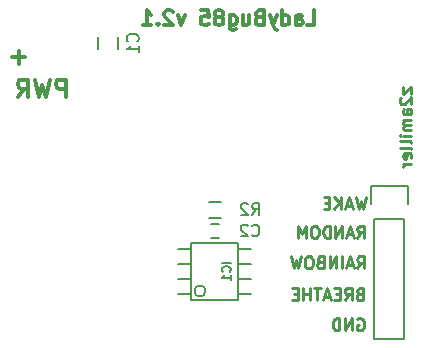
<source format=gbo>
G04 #@! TF.FileFunction,Legend,Bot*
%FSLAX46Y46*%
G04 Gerber Fmt 4.6, Leading zero omitted, Abs format (unit mm)*
G04 Created by KiCad (PCBNEW (2015-10-28 BZR 6285)-product) date Saturday, November 07, 2015 'PMt' 08:05:49 PM*
%MOMM*%
G01*
G04 APERTURE LIST*
%ADD10C,0.100000*%
%ADD11C,0.250000*%
%ADD12C,0.300000*%
%ADD13C,0.150000*%
%ADD14C,0.127000*%
%ADD15C,0.149860*%
G04 APERTURE END LIST*
D10*
D11*
X134185714Y-107642857D02*
X134185714Y-108166667D01*
X134852381Y-107642857D01*
X134852381Y-108166667D01*
X133947619Y-108500000D02*
X133900000Y-108547619D01*
X133852381Y-108642857D01*
X133852381Y-108880953D01*
X133900000Y-108976191D01*
X133947619Y-109023810D01*
X134042857Y-109071429D01*
X134138095Y-109071429D01*
X134280952Y-109023810D01*
X134852381Y-108452381D01*
X134852381Y-109071429D01*
X134852381Y-109928572D02*
X134328571Y-109928572D01*
X134233333Y-109880953D01*
X134185714Y-109785715D01*
X134185714Y-109595238D01*
X134233333Y-109500000D01*
X134804762Y-109928572D02*
X134852381Y-109833334D01*
X134852381Y-109595238D01*
X134804762Y-109500000D01*
X134709524Y-109452381D01*
X134614286Y-109452381D01*
X134519048Y-109500000D01*
X134471429Y-109595238D01*
X134471429Y-109833334D01*
X134423810Y-109928572D01*
X134852381Y-110404762D02*
X134185714Y-110404762D01*
X134280952Y-110404762D02*
X134233333Y-110452381D01*
X134185714Y-110547619D01*
X134185714Y-110690477D01*
X134233333Y-110785715D01*
X134328571Y-110833334D01*
X134852381Y-110833334D01*
X134328571Y-110833334D02*
X134233333Y-110880953D01*
X134185714Y-110976191D01*
X134185714Y-111119048D01*
X134233333Y-111214286D01*
X134328571Y-111261905D01*
X134852381Y-111261905D01*
X134852381Y-111738095D02*
X134185714Y-111738095D01*
X133852381Y-111738095D02*
X133900000Y-111690476D01*
X133947619Y-111738095D01*
X133900000Y-111785714D01*
X133852381Y-111738095D01*
X133947619Y-111738095D01*
X134852381Y-112357142D02*
X134804762Y-112261904D01*
X134709524Y-112214285D01*
X133852381Y-112214285D01*
X134852381Y-112880952D02*
X134804762Y-112785714D01*
X134709524Y-112738095D01*
X133852381Y-112738095D01*
X134804762Y-113642858D02*
X134852381Y-113547620D01*
X134852381Y-113357143D01*
X134804762Y-113261905D01*
X134709524Y-113214286D01*
X134328571Y-113214286D01*
X134233333Y-113261905D01*
X134185714Y-113357143D01*
X134185714Y-113547620D01*
X134233333Y-113642858D01*
X134328571Y-113690477D01*
X134423810Y-113690477D01*
X134519048Y-113214286D01*
X134852381Y-114119048D02*
X134185714Y-114119048D01*
X134376190Y-114119048D02*
X134280952Y-114166667D01*
X134233333Y-114214286D01*
X134185714Y-114309524D01*
X134185714Y-114404763D01*
D12*
X126007142Y-102365476D02*
X126602380Y-102365476D01*
X126602380Y-101115476D01*
X125054761Y-102365476D02*
X125054761Y-101710714D01*
X125114284Y-101591667D01*
X125233332Y-101532143D01*
X125471427Y-101532143D01*
X125590475Y-101591667D01*
X125054761Y-102305952D02*
X125173808Y-102365476D01*
X125471427Y-102365476D01*
X125590475Y-102305952D01*
X125649999Y-102186905D01*
X125649999Y-102067857D01*
X125590475Y-101948810D01*
X125471427Y-101889286D01*
X125173808Y-101889286D01*
X125054761Y-101829762D01*
X123923809Y-102365476D02*
X123923809Y-101115476D01*
X123923809Y-102305952D02*
X124042856Y-102365476D01*
X124280952Y-102365476D01*
X124399999Y-102305952D01*
X124459523Y-102246429D01*
X124519047Y-102127381D01*
X124519047Y-101770238D01*
X124459523Y-101651190D01*
X124399999Y-101591667D01*
X124280952Y-101532143D01*
X124042856Y-101532143D01*
X123923809Y-101591667D01*
X123447619Y-101532143D02*
X123150000Y-102365476D01*
X122852380Y-101532143D02*
X123150000Y-102365476D01*
X123269047Y-102663095D01*
X123328571Y-102722619D01*
X123447619Y-102782143D01*
X121959523Y-101710714D02*
X121780952Y-101770238D01*
X121721428Y-101829762D01*
X121661904Y-101948810D01*
X121661904Y-102127381D01*
X121721428Y-102246429D01*
X121780952Y-102305952D01*
X121899999Y-102365476D01*
X122376190Y-102365476D01*
X122376190Y-101115476D01*
X121959523Y-101115476D01*
X121840476Y-101175000D01*
X121780952Y-101234524D01*
X121721428Y-101353571D01*
X121721428Y-101472619D01*
X121780952Y-101591667D01*
X121840476Y-101651190D01*
X121959523Y-101710714D01*
X122376190Y-101710714D01*
X120590476Y-101532143D02*
X120590476Y-102365476D01*
X121126190Y-101532143D02*
X121126190Y-102186905D01*
X121066666Y-102305952D01*
X120947619Y-102365476D01*
X120769047Y-102365476D01*
X120649999Y-102305952D01*
X120590476Y-102246429D01*
X119459524Y-101532143D02*
X119459524Y-102544048D01*
X119519047Y-102663095D01*
X119578571Y-102722619D01*
X119697619Y-102782143D01*
X119876190Y-102782143D01*
X119995238Y-102722619D01*
X119459524Y-102305952D02*
X119578571Y-102365476D01*
X119816667Y-102365476D01*
X119935714Y-102305952D01*
X119995238Y-102246429D01*
X120054762Y-102127381D01*
X120054762Y-101770238D01*
X119995238Y-101651190D01*
X119935714Y-101591667D01*
X119816667Y-101532143D01*
X119578571Y-101532143D01*
X119459524Y-101591667D01*
X118685715Y-101651190D02*
X118804762Y-101591667D01*
X118864286Y-101532143D01*
X118923810Y-101413095D01*
X118923810Y-101353571D01*
X118864286Y-101234524D01*
X118804762Y-101175000D01*
X118685715Y-101115476D01*
X118447619Y-101115476D01*
X118328572Y-101175000D01*
X118269048Y-101234524D01*
X118209524Y-101353571D01*
X118209524Y-101413095D01*
X118269048Y-101532143D01*
X118328572Y-101591667D01*
X118447619Y-101651190D01*
X118685715Y-101651190D01*
X118804762Y-101710714D01*
X118864286Y-101770238D01*
X118923810Y-101889286D01*
X118923810Y-102127381D01*
X118864286Y-102246429D01*
X118804762Y-102305952D01*
X118685715Y-102365476D01*
X118447619Y-102365476D01*
X118328572Y-102305952D01*
X118269048Y-102246429D01*
X118209524Y-102127381D01*
X118209524Y-101889286D01*
X118269048Y-101770238D01*
X118328572Y-101710714D01*
X118447619Y-101651190D01*
X117078572Y-101115476D02*
X117673810Y-101115476D01*
X117733334Y-101710714D01*
X117673810Y-101651190D01*
X117554762Y-101591667D01*
X117257143Y-101591667D01*
X117138096Y-101651190D01*
X117078572Y-101710714D01*
X117019048Y-101829762D01*
X117019048Y-102127381D01*
X117078572Y-102246429D01*
X117138096Y-102305952D01*
X117257143Y-102365476D01*
X117554762Y-102365476D01*
X117673810Y-102305952D01*
X117733334Y-102246429D01*
X115650001Y-101532143D02*
X115352382Y-102365476D01*
X115054762Y-101532143D01*
X114638096Y-101234524D02*
X114578572Y-101175000D01*
X114459524Y-101115476D01*
X114161905Y-101115476D01*
X114042858Y-101175000D01*
X113983334Y-101234524D01*
X113923810Y-101353571D01*
X113923810Y-101472619D01*
X113983334Y-101651190D01*
X114697620Y-102365476D01*
X113923810Y-102365476D01*
X113388096Y-102246429D02*
X113328572Y-102305952D01*
X113388096Y-102365476D01*
X113447620Y-102305952D01*
X113388096Y-102246429D01*
X113388096Y-102365476D01*
X112138096Y-102365476D02*
X112852382Y-102365476D01*
X112495239Y-102365476D02*
X112495239Y-101115476D01*
X112614287Y-101294048D01*
X112733334Y-101413095D01*
X112852382Y-101472619D01*
X105600000Y-108478571D02*
X105600000Y-106978571D01*
X105028572Y-106978571D01*
X104885714Y-107050000D01*
X104814286Y-107121429D01*
X104742857Y-107264286D01*
X104742857Y-107478571D01*
X104814286Y-107621429D01*
X104885714Y-107692857D01*
X105028572Y-107764286D01*
X105600000Y-107764286D01*
X104242857Y-106978571D02*
X103885714Y-108478571D01*
X103600000Y-107407143D01*
X103314286Y-108478571D01*
X102957143Y-106978571D01*
X101528571Y-108478571D02*
X102028571Y-107764286D01*
X102385714Y-108478571D02*
X102385714Y-106978571D01*
X101814286Y-106978571D01*
X101671428Y-107050000D01*
X101600000Y-107121429D01*
X101528571Y-107264286D01*
X101528571Y-107478571D01*
X101600000Y-107621429D01*
X101671428Y-107692857D01*
X101814286Y-107764286D01*
X102385714Y-107764286D01*
D11*
X131011905Y-116952381D02*
X130773810Y-117952381D01*
X130583333Y-117238095D01*
X130392857Y-117952381D01*
X130154762Y-116952381D01*
X129821429Y-117666667D02*
X129345238Y-117666667D01*
X129916667Y-117952381D02*
X129583334Y-116952381D01*
X129250000Y-117952381D01*
X128916667Y-117952381D02*
X128916667Y-116952381D01*
X128345238Y-117952381D02*
X128773810Y-117380952D01*
X128345238Y-116952381D02*
X128916667Y-117523810D01*
X127916667Y-117428571D02*
X127583333Y-117428571D01*
X127440476Y-117952381D02*
X127916667Y-117952381D01*
X127916667Y-116952381D01*
X127440476Y-116952381D01*
X130285714Y-120377381D02*
X130619048Y-119901190D01*
X130857143Y-120377381D02*
X130857143Y-119377381D01*
X130476190Y-119377381D01*
X130380952Y-119425000D01*
X130333333Y-119472619D01*
X130285714Y-119567857D01*
X130285714Y-119710714D01*
X130333333Y-119805952D01*
X130380952Y-119853571D01*
X130476190Y-119901190D01*
X130857143Y-119901190D01*
X129904762Y-120091667D02*
X129428571Y-120091667D01*
X130000000Y-120377381D02*
X129666667Y-119377381D01*
X129333333Y-120377381D01*
X129000000Y-120377381D02*
X129000000Y-119377381D01*
X128428571Y-120377381D01*
X128428571Y-119377381D01*
X127952381Y-120377381D02*
X127952381Y-119377381D01*
X127714286Y-119377381D01*
X127571428Y-119425000D01*
X127476190Y-119520238D01*
X127428571Y-119615476D01*
X127380952Y-119805952D01*
X127380952Y-119948810D01*
X127428571Y-120139286D01*
X127476190Y-120234524D01*
X127571428Y-120329762D01*
X127714286Y-120377381D01*
X127952381Y-120377381D01*
X126761905Y-119377381D02*
X126571428Y-119377381D01*
X126476190Y-119425000D01*
X126380952Y-119520238D01*
X126333333Y-119710714D01*
X126333333Y-120044048D01*
X126380952Y-120234524D01*
X126476190Y-120329762D01*
X126571428Y-120377381D01*
X126761905Y-120377381D01*
X126857143Y-120329762D01*
X126952381Y-120234524D01*
X127000000Y-120044048D01*
X127000000Y-119710714D01*
X126952381Y-119520238D01*
X126857143Y-119425000D01*
X126761905Y-119377381D01*
X125904762Y-120377381D02*
X125904762Y-119377381D01*
X125571428Y-120091667D01*
X125238095Y-119377381D01*
X125238095Y-120377381D01*
X130261904Y-122952381D02*
X130595238Y-122476190D01*
X130833333Y-122952381D02*
X130833333Y-121952381D01*
X130452380Y-121952381D01*
X130357142Y-122000000D01*
X130309523Y-122047619D01*
X130261904Y-122142857D01*
X130261904Y-122285714D01*
X130309523Y-122380952D01*
X130357142Y-122428571D01*
X130452380Y-122476190D01*
X130833333Y-122476190D01*
X129880952Y-122666667D02*
X129404761Y-122666667D01*
X129976190Y-122952381D02*
X129642857Y-121952381D01*
X129309523Y-122952381D01*
X128976190Y-122952381D02*
X128976190Y-121952381D01*
X128500000Y-122952381D02*
X128500000Y-121952381D01*
X127928571Y-122952381D01*
X127928571Y-121952381D01*
X127119047Y-122428571D02*
X126976190Y-122476190D01*
X126928571Y-122523810D01*
X126880952Y-122619048D01*
X126880952Y-122761905D01*
X126928571Y-122857143D01*
X126976190Y-122904762D01*
X127071428Y-122952381D01*
X127452381Y-122952381D01*
X127452381Y-121952381D01*
X127119047Y-121952381D01*
X127023809Y-122000000D01*
X126976190Y-122047619D01*
X126928571Y-122142857D01*
X126928571Y-122238095D01*
X126976190Y-122333333D01*
X127023809Y-122380952D01*
X127119047Y-122428571D01*
X127452381Y-122428571D01*
X126261905Y-121952381D02*
X126071428Y-121952381D01*
X125976190Y-122000000D01*
X125880952Y-122095238D01*
X125833333Y-122285714D01*
X125833333Y-122619048D01*
X125880952Y-122809524D01*
X125976190Y-122904762D01*
X126071428Y-122952381D01*
X126261905Y-122952381D01*
X126357143Y-122904762D01*
X126452381Y-122809524D01*
X126500000Y-122619048D01*
X126500000Y-122285714D01*
X126452381Y-122095238D01*
X126357143Y-122000000D01*
X126261905Y-121952381D01*
X125500000Y-121952381D02*
X125261905Y-122952381D01*
X125071428Y-122238095D01*
X124880952Y-122952381D01*
X124642857Y-121952381D01*
X130285714Y-127250000D02*
X130380952Y-127202381D01*
X130523809Y-127202381D01*
X130666667Y-127250000D01*
X130761905Y-127345238D01*
X130809524Y-127440476D01*
X130857143Y-127630952D01*
X130857143Y-127773810D01*
X130809524Y-127964286D01*
X130761905Y-128059524D01*
X130666667Y-128154762D01*
X130523809Y-128202381D01*
X130428571Y-128202381D01*
X130285714Y-128154762D01*
X130238095Y-128107143D01*
X130238095Y-127773810D01*
X130428571Y-127773810D01*
X129809524Y-128202381D02*
X129809524Y-127202381D01*
X129238095Y-128202381D01*
X129238095Y-127202381D01*
X128761905Y-128202381D02*
X128761905Y-127202381D01*
X128523810Y-127202381D01*
X128380952Y-127250000D01*
X128285714Y-127345238D01*
X128238095Y-127440476D01*
X128190476Y-127630952D01*
X128190476Y-127773810D01*
X128238095Y-127964286D01*
X128285714Y-128059524D01*
X128380952Y-128154762D01*
X128523810Y-128202381D01*
X128761905Y-128202381D01*
X130466666Y-125128571D02*
X130323809Y-125176190D01*
X130276190Y-125223810D01*
X130228571Y-125319048D01*
X130228571Y-125461905D01*
X130276190Y-125557143D01*
X130323809Y-125604762D01*
X130419047Y-125652381D01*
X130800000Y-125652381D01*
X130800000Y-124652381D01*
X130466666Y-124652381D01*
X130371428Y-124700000D01*
X130323809Y-124747619D01*
X130276190Y-124842857D01*
X130276190Y-124938095D01*
X130323809Y-125033333D01*
X130371428Y-125080952D01*
X130466666Y-125128571D01*
X130800000Y-125128571D01*
X129228571Y-125652381D02*
X129561905Y-125176190D01*
X129800000Y-125652381D02*
X129800000Y-124652381D01*
X129419047Y-124652381D01*
X129323809Y-124700000D01*
X129276190Y-124747619D01*
X129228571Y-124842857D01*
X129228571Y-124985714D01*
X129276190Y-125080952D01*
X129323809Y-125128571D01*
X129419047Y-125176190D01*
X129800000Y-125176190D01*
X128800000Y-125128571D02*
X128466666Y-125128571D01*
X128323809Y-125652381D02*
X128800000Y-125652381D01*
X128800000Y-124652381D01*
X128323809Y-124652381D01*
X127942857Y-125366667D02*
X127466666Y-125366667D01*
X128038095Y-125652381D02*
X127704762Y-124652381D01*
X127371428Y-125652381D01*
X127180952Y-124652381D02*
X126609523Y-124652381D01*
X126895238Y-125652381D02*
X126895238Y-124652381D01*
X126276190Y-125652381D02*
X126276190Y-124652381D01*
X126276190Y-125128571D02*
X125704761Y-125128571D01*
X125704761Y-125652381D02*
X125704761Y-124652381D01*
X125228571Y-125128571D02*
X124895237Y-125128571D01*
X124752380Y-125652381D02*
X125228571Y-125652381D01*
X125228571Y-124652381D01*
X124752380Y-124652381D01*
D12*
X101028572Y-105107143D02*
X102171429Y-105107143D01*
X101600000Y-105678571D02*
X101600000Y-104535714D01*
D13*
X110050000Y-103400000D02*
X110050000Y-104400000D01*
X108350000Y-104400000D02*
X108350000Y-103400000D01*
X118550000Y-119200000D02*
X117850000Y-119200000D01*
X117850000Y-120400000D02*
X118550000Y-120400000D01*
D14*
X120181200Y-125613000D02*
X116218800Y-125613000D01*
X116218800Y-125613000D02*
X116218800Y-120787000D01*
X116218800Y-120787000D02*
X120181200Y-120787000D01*
X120181200Y-120787000D02*
X120181200Y-125613000D01*
X120181200Y-125105000D02*
X121273400Y-125105000D01*
X120181200Y-123835000D02*
X121273400Y-123835000D01*
X120181200Y-122565000D02*
X121273400Y-122565000D01*
X121273400Y-121295000D02*
X120181200Y-121295000D01*
X116218800Y-121295000D02*
X115126600Y-121295000D01*
X115126600Y-122565000D02*
X116218800Y-122565000D01*
X115126600Y-123835000D02*
X116218800Y-123835000D01*
X115126600Y-125105000D02*
X116218800Y-125105000D01*
X117427867Y-124876400D02*
G75*
G03X117427867Y-124876400I-472467J0D01*
G01*
D13*
X134550000Y-117500000D02*
X134550000Y-115950000D01*
X134550000Y-115950000D02*
X131450000Y-115950000D01*
X131450000Y-115950000D02*
X131450000Y-117500000D01*
X131730000Y-118770000D02*
X131730000Y-128930000D01*
X131730000Y-128930000D02*
X134270000Y-128930000D01*
X134270000Y-128930000D02*
X134270000Y-118770000D01*
X131730000Y-118770000D02*
X134270000Y-118770000D01*
X117700000Y-118675000D02*
X118700000Y-118675000D01*
X118700000Y-117325000D02*
X117700000Y-117325000D01*
X111657143Y-103733334D02*
X111704762Y-103685715D01*
X111752381Y-103542858D01*
X111752381Y-103447620D01*
X111704762Y-103304762D01*
X111609524Y-103209524D01*
X111514286Y-103161905D01*
X111323810Y-103114286D01*
X111180952Y-103114286D01*
X110990476Y-103161905D01*
X110895238Y-103209524D01*
X110800000Y-103304762D01*
X110752381Y-103447620D01*
X110752381Y-103542858D01*
X110800000Y-103685715D01*
X110847619Y-103733334D01*
X111752381Y-104685715D02*
X111752381Y-104114286D01*
X111752381Y-104400000D02*
X110752381Y-104400000D01*
X110895238Y-104304762D01*
X110990476Y-104209524D01*
X111038095Y-104114286D01*
X121366666Y-120157143D02*
X121414285Y-120204762D01*
X121557142Y-120252381D01*
X121652380Y-120252381D01*
X121795238Y-120204762D01*
X121890476Y-120109524D01*
X121938095Y-120014286D01*
X121985714Y-119823810D01*
X121985714Y-119680952D01*
X121938095Y-119490476D01*
X121890476Y-119395238D01*
X121795238Y-119300000D01*
X121652380Y-119252381D01*
X121557142Y-119252381D01*
X121414285Y-119300000D01*
X121366666Y-119347619D01*
X120985714Y-119347619D02*
X120938095Y-119300000D01*
X120842857Y-119252381D01*
X120604761Y-119252381D01*
X120509523Y-119300000D01*
X120461904Y-119347619D01*
X120414285Y-119442857D01*
X120414285Y-119538095D01*
X120461904Y-119680952D01*
X121033333Y-120252381D01*
X120414285Y-120252381D01*
D15*
X119554969Y-122468541D02*
X118805669Y-122468541D01*
X119483607Y-123253522D02*
X119519288Y-123217841D01*
X119554969Y-123110798D01*
X119554969Y-123039436D01*
X119519288Y-122932394D01*
X119447926Y-122861032D01*
X119376564Y-122825351D01*
X119233840Y-122789670D01*
X119126798Y-122789670D01*
X118984074Y-122825351D01*
X118912712Y-122861032D01*
X118841350Y-122932394D01*
X118805669Y-123039436D01*
X118805669Y-123110798D01*
X118841350Y-123217841D01*
X118877031Y-123253522D01*
X119554969Y-123967141D02*
X119554969Y-123538970D01*
X119554969Y-123753056D02*
X118805669Y-123753056D01*
X118912712Y-123681694D01*
X118984074Y-123610332D01*
X119019755Y-123538970D01*
D13*
X121366666Y-118452381D02*
X121700000Y-117976190D01*
X121938095Y-118452381D02*
X121938095Y-117452381D01*
X121557142Y-117452381D01*
X121461904Y-117500000D01*
X121414285Y-117547619D01*
X121366666Y-117642857D01*
X121366666Y-117785714D01*
X121414285Y-117880952D01*
X121461904Y-117928571D01*
X121557142Y-117976190D01*
X121938095Y-117976190D01*
X120985714Y-117547619D02*
X120938095Y-117500000D01*
X120842857Y-117452381D01*
X120604761Y-117452381D01*
X120509523Y-117500000D01*
X120461904Y-117547619D01*
X120414285Y-117642857D01*
X120414285Y-117738095D01*
X120461904Y-117880952D01*
X121033333Y-118452381D01*
X120414285Y-118452381D01*
M02*

</source>
